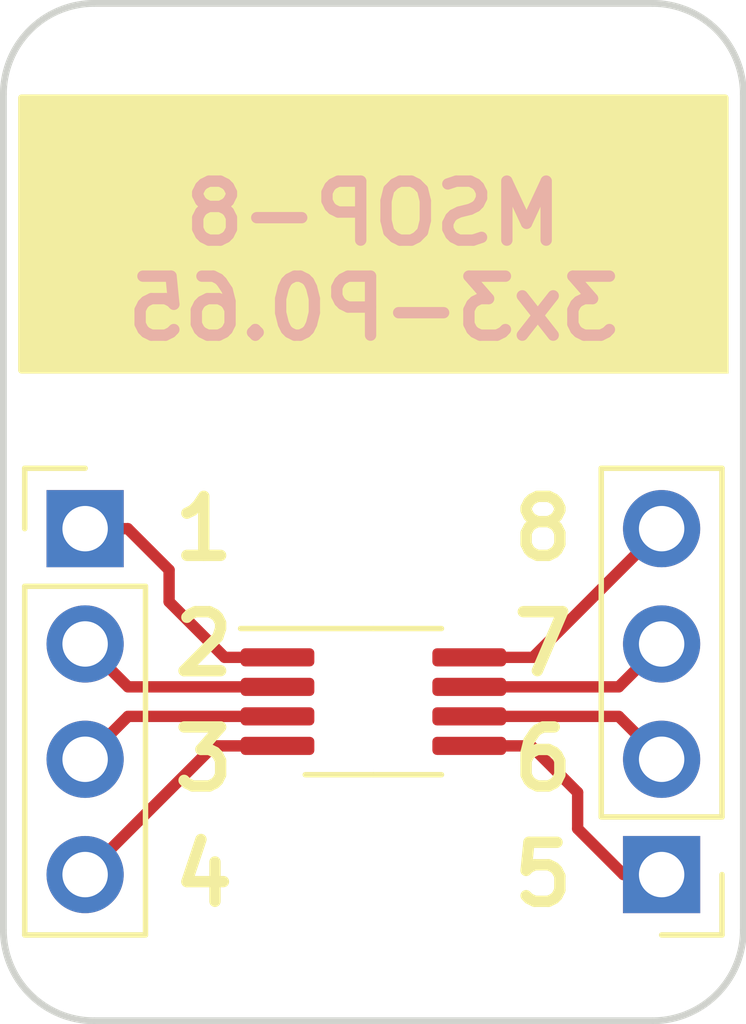
<source format=kicad_pcb>
(kicad_pcb (version 20171130) (host pcbnew 5.1.7-a382d34a8~87~ubuntu20.04.1)

  (general
    (thickness 1)
    (drawings 18)
    (tracks 22)
    (zones 0)
    (modules 3)
    (nets 9)
  )

  (page A4)
  (title_block
    (title BRK-MSOP-8-3x3-P0.65)
    (rev v1.0)
    (company https://gekkio.fi)
  )

  (layers
    (0 F.Cu signal)
    (31 B.Cu signal)
    (32 B.Adhes user)
    (33 F.Adhes user)
    (34 B.Paste user)
    (35 F.Paste user)
    (36 B.SilkS user)
    (37 F.SilkS user)
    (38 B.Mask user)
    (39 F.Mask user)
    (40 Dwgs.User user)
    (41 Cmts.User user)
    (42 Eco1.User user)
    (43 Eco2.User user)
    (44 Edge.Cuts user)
    (45 Margin user)
    (46 B.CrtYd user)
    (47 F.CrtYd user)
    (48 B.Fab user)
    (49 F.Fab user)
  )

  (setup
    (last_trace_width 0.25)
    (trace_clearance 0.2)
    (zone_clearance 0.508)
    (zone_45_only no)
    (trace_min 0.2)
    (via_size 0.8)
    (via_drill 0.4)
    (via_min_size 0.4)
    (via_min_drill 0.3)
    (uvia_size 0.3)
    (uvia_drill 0.1)
    (uvias_allowed no)
    (uvia_min_size 0.2)
    (uvia_min_drill 0.1)
    (edge_width 0.05)
    (segment_width 0.2)
    (pcb_text_width 0.3)
    (pcb_text_size 1.5 1.5)
    (mod_edge_width 0.12)
    (mod_text_size 1 1)
    (mod_text_width 0.15)
    (pad_size 1.524 1.524)
    (pad_drill 0.762)
    (pad_to_mask_clearance 0)
    (aux_axis_origin 0 0)
    (visible_elements FFFFFF7F)
    (pcbplotparams
      (layerselection 0x010fc_ffffffff)
      (usegerberextensions false)
      (usegerberattributes true)
      (usegerberadvancedattributes true)
      (creategerberjobfile true)
      (excludeedgelayer true)
      (linewidth 0.150000)
      (plotframeref false)
      (viasonmask false)
      (mode 1)
      (useauxorigin false)
      (hpglpennumber 1)
      (hpglpenspeed 20)
      (hpglpendiameter 15.000000)
      (psnegative false)
      (psa4output false)
      (plotreference true)
      (plotvalue true)
      (plotinvisibletext false)
      (padsonsilk false)
      (subtractmaskfromsilk false)
      (outputformat 1)
      (mirror false)
      (drillshape 0)
      (scaleselection 1)
      (outputdirectory "gerber/"))
  )

  (net 0 "")
  (net 1 PIN1)
  (net 2 PIN2)
  (net 3 PIN3)
  (net 4 PIN4)
  (net 5 PIN5)
  (net 6 PIN6)
  (net 7 PIN7)
  (net 8 PIN8)

  (net_class Default "This is the default net class."
    (clearance 0.2)
    (trace_width 0.25)
    (via_dia 0.8)
    (via_drill 0.4)
    (uvia_dia 0.3)
    (uvia_drill 0.1)
    (add_net PIN1)
    (add_net PIN2)
    (add_net PIN3)
    (add_net PIN4)
    (add_net PIN5)
    (add_net PIN6)
    (add_net PIN7)
    (add_net PIN8)
  )

  (module PinHeader_1x04_P2.54mm_Vertical (layer F.Cu) (tedit 59FED5CC) (tstamp 5F73AD3E)
    (at 106.35 103.81 180)
    (descr "Through hole straight pin header, 1x04, 2.54mm pitch, single row")
    (tags "Through hole pin header THT 1x04 2.54mm single row")
    (fp_text reference J2 (at 0 -2.33 180) (layer F.SilkS) hide
      (effects (font (size 1 1) (thickness 0.15)))
    )
    (fp_text value PinHeader_1x04_P2.54mm_Vertical (at 0 9.95 180) (layer F.Fab) hide
      (effects (font (size 1 1) (thickness 0.15)))
    )
    (fp_line (start 1.8 -1.8) (end -1.8 -1.8) (layer F.CrtYd) (width 0.05))
    (fp_line (start 1.8 9.4) (end 1.8 -1.8) (layer F.CrtYd) (width 0.05))
    (fp_line (start -1.8 9.4) (end 1.8 9.4) (layer F.CrtYd) (width 0.05))
    (fp_line (start -1.8 -1.8) (end -1.8 9.4) (layer F.CrtYd) (width 0.05))
    (fp_line (start -1.33 -1.33) (end 0 -1.33) (layer F.SilkS) (width 0.12))
    (fp_line (start -1.33 0) (end -1.33 -1.33) (layer F.SilkS) (width 0.12))
    (fp_line (start -1.33 1.27) (end 1.33 1.27) (layer F.SilkS) (width 0.12))
    (fp_line (start 1.33 1.27) (end 1.33 8.95) (layer F.SilkS) (width 0.12))
    (fp_line (start -1.33 1.27) (end -1.33 8.95) (layer F.SilkS) (width 0.12))
    (fp_line (start -1.33 8.95) (end 1.33 8.95) (layer F.SilkS) (width 0.12))
    (fp_line (start -1.27 -0.635) (end -0.635 -1.27) (layer F.Fab) (width 0.1))
    (fp_line (start -1.27 8.89) (end -1.27 -0.635) (layer F.Fab) (width 0.1))
    (fp_line (start 1.27 8.89) (end -1.27 8.89) (layer F.Fab) (width 0.1))
    (fp_line (start 1.27 -1.27) (end 1.27 8.89) (layer F.Fab) (width 0.1))
    (fp_line (start -0.635 -1.27) (end 1.27 -1.27) (layer F.Fab) (width 0.1))
    (fp_text user %R (at 0 3.81 270) (layer F.Fab)
      (effects (font (size 1 1) (thickness 0.15)))
    )
    (pad 4 thru_hole oval (at 0 7.62 180) (size 1.7 1.7) (drill 1) (layers *.Cu *.Mask)
      (net 8 PIN8))
    (pad 3 thru_hole oval (at 0 5.08 180) (size 1.7 1.7) (drill 1) (layers *.Cu *.Mask)
      (net 7 PIN7))
    (pad 2 thru_hole oval (at 0 2.54 180) (size 1.7 1.7) (drill 1) (layers *.Cu *.Mask)
      (net 6 PIN6))
    (pad 1 thru_hole rect (at 0 0 180) (size 1.7 1.7) (drill 1) (layers *.Cu *.Mask)
      (net 5 PIN5))
    (model ${KISYS3DMOD}/Connector_PinHeader_2.54mm.3dshapes/PinHeader_1x04_P2.54mm_Vertical.wrl
      (at (xyz 0 0 0))
      (scale (xyz 1 1 1))
      (rotate (xyz 0 0 0))
    )
  )

  (module PinHeader_1x04_P2.54mm_Vertical (layer F.Cu) (tedit 59FED5CC) (tstamp 5F73AD27)
    (at 93.65 96.19)
    (descr "Through hole straight pin header, 1x04, 2.54mm pitch, single row")
    (tags "Through hole pin header THT 1x04 2.54mm single row")
    (fp_text reference J1 (at 0 -2.33) (layer F.SilkS) hide
      (effects (font (size 1 1) (thickness 0.15)))
    )
    (fp_text value PinHeader_1x04_P2.54mm_Vertical (at 0 9.95) (layer F.Fab) hide
      (effects (font (size 1 1) (thickness 0.15)))
    )
    (fp_line (start 1.8 -1.8) (end -1.8 -1.8) (layer F.CrtYd) (width 0.05))
    (fp_line (start 1.8 9.4) (end 1.8 -1.8) (layer F.CrtYd) (width 0.05))
    (fp_line (start -1.8 9.4) (end 1.8 9.4) (layer F.CrtYd) (width 0.05))
    (fp_line (start -1.8 -1.8) (end -1.8 9.4) (layer F.CrtYd) (width 0.05))
    (fp_line (start -1.33 -1.33) (end 0 -1.33) (layer F.SilkS) (width 0.12))
    (fp_line (start -1.33 0) (end -1.33 -1.33) (layer F.SilkS) (width 0.12))
    (fp_line (start -1.33 1.27) (end 1.33 1.27) (layer F.SilkS) (width 0.12))
    (fp_line (start 1.33 1.27) (end 1.33 8.95) (layer F.SilkS) (width 0.12))
    (fp_line (start -1.33 1.27) (end -1.33 8.95) (layer F.SilkS) (width 0.12))
    (fp_line (start -1.33 8.95) (end 1.33 8.95) (layer F.SilkS) (width 0.12))
    (fp_line (start -1.27 -0.635) (end -0.635 -1.27) (layer F.Fab) (width 0.1))
    (fp_line (start -1.27 8.89) (end -1.27 -0.635) (layer F.Fab) (width 0.1))
    (fp_line (start 1.27 8.89) (end -1.27 8.89) (layer F.Fab) (width 0.1))
    (fp_line (start 1.27 -1.27) (end 1.27 8.89) (layer F.Fab) (width 0.1))
    (fp_line (start -0.635 -1.27) (end 1.27 -1.27) (layer F.Fab) (width 0.1))
    (fp_text user %R (at 0 3.81 90) (layer F.Fab)
      (effects (font (size 1 1) (thickness 0.15)))
    )
    (pad 4 thru_hole oval (at 0 7.62) (size 1.7 1.7) (drill 1) (layers *.Cu *.Mask)
      (net 4 PIN4))
    (pad 3 thru_hole oval (at 0 5.08) (size 1.7 1.7) (drill 1) (layers *.Cu *.Mask)
      (net 3 PIN3))
    (pad 2 thru_hole oval (at 0 2.54) (size 1.7 1.7) (drill 1) (layers *.Cu *.Mask)
      (net 2 PIN2))
    (pad 1 thru_hole rect (at 0 0) (size 1.7 1.7) (drill 1) (layers *.Cu *.Mask)
      (net 1 PIN1))
    (model ${KISYS3DMOD}/Connector_PinHeader_2.54mm.3dshapes/PinHeader_1x04_P2.54mm_Vertical.wrl
      (at (xyz 0 0 0))
      (scale (xyz 1 1 1))
      (rotate (xyz 0 0 0))
    )
  )

  (module MSOP-8_3x3mm_P0.65mm (layer F.Cu) (tedit 5E509FDD) (tstamp 5F73AAE2)
    (at 100 100)
    (descr "MSOP, 8 Pin (https://www.jedec.org/system/files/docs/mo-187F.pdf variant AA), generated with kicad-footprint-generator ipc_gullwing_generator.py")
    (tags "MSOP SO")
    (attr smd)
    (fp_text reference U1 (at 0 -2.45) (layer F.SilkS) hide
      (effects (font (size 1 1) (thickness 0.15)))
    )
    (fp_text value MSOP-8_3x3mm_P0.65mm (at 0 2.45) (layer F.Fab) hide
      (effects (font (size 1 1) (thickness 0.15)))
    )
    (fp_line (start 3.18 -1.75) (end -3.18 -1.75) (layer F.CrtYd) (width 0.05))
    (fp_line (start 3.18 1.75) (end 3.18 -1.75) (layer F.CrtYd) (width 0.05))
    (fp_line (start -3.18 1.75) (end 3.18 1.75) (layer F.CrtYd) (width 0.05))
    (fp_line (start -3.18 -1.75) (end -3.18 1.75) (layer F.CrtYd) (width 0.05))
    (fp_line (start -1.5 -0.75) (end -0.75 -1.5) (layer F.Fab) (width 0.1))
    (fp_line (start -1.5 1.5) (end -1.5 -0.75) (layer F.Fab) (width 0.1))
    (fp_line (start 1.5 1.5) (end -1.5 1.5) (layer F.Fab) (width 0.1))
    (fp_line (start 1.5 -1.5) (end 1.5 1.5) (layer F.Fab) (width 0.1))
    (fp_line (start -0.75 -1.5) (end 1.5 -1.5) (layer F.Fab) (width 0.1))
    (fp_line (start 0 -1.61) (end -2.925 -1.61) (layer F.SilkS) (width 0.12))
    (fp_line (start 0 -1.61) (end 1.5 -1.61) (layer F.SilkS) (width 0.12))
    (fp_line (start 0 1.61) (end -1.5 1.61) (layer F.SilkS) (width 0.12))
    (fp_line (start 0 1.61) (end 1.5 1.61) (layer F.SilkS) (width 0.12))
    (fp_text user %R (at 0 0) (layer F.Fab)
      (effects (font (size 0.75 0.75) (thickness 0.11)))
    )
    (pad 8 smd roundrect (at 2.1125 -0.975) (size 1.625 0.4) (layers F.Cu F.Paste F.Mask) (roundrect_rratio 0.25)
      (net 8 PIN8))
    (pad 7 smd roundrect (at 2.1125 -0.325) (size 1.625 0.4) (layers F.Cu F.Paste F.Mask) (roundrect_rratio 0.25)
      (net 7 PIN7))
    (pad 6 smd roundrect (at 2.1125 0.325) (size 1.625 0.4) (layers F.Cu F.Paste F.Mask) (roundrect_rratio 0.25)
      (net 6 PIN6))
    (pad 5 smd roundrect (at 2.1125 0.975) (size 1.625 0.4) (layers F.Cu F.Paste F.Mask) (roundrect_rratio 0.25)
      (net 5 PIN5))
    (pad 4 smd roundrect (at -2.1125 0.975) (size 1.625 0.4) (layers F.Cu F.Paste F.Mask) (roundrect_rratio 0.25)
      (net 4 PIN4))
    (pad 3 smd roundrect (at -2.1125 0.325) (size 1.625 0.4) (layers F.Cu F.Paste F.Mask) (roundrect_rratio 0.25)
      (net 3 PIN3))
    (pad 2 smd roundrect (at -2.1125 -0.325) (size 1.625 0.4) (layers F.Cu F.Paste F.Mask) (roundrect_rratio 0.25)
      (net 2 PIN2))
    (pad 1 smd roundrect (at -2.1125 -0.975) (size 1.625 0.4) (layers F.Cu F.Paste F.Mask) (roundrect_rratio 0.25)
      (net 1 PIN1))
    (model ${KISYS3DMOD}/Package_SO.3dshapes/MSOP-8_3x3mm_P0.65mm.wrl
      (at (xyz 0 0 0))
      (scale (xyz 1 1 1))
      (rotate (xyz 0 0 0))
    )
  )

  (gr_arc (start 106.15 86.62) (end 106.15 84.62) (angle 90) (layer Edge.Cuts) (width 0.15))
  (gr_arc (start 93.85 86.62) (end 91.85 86.62) (angle 90) (layer Edge.Cuts) (width 0.15))
  (gr_arc (start 93.85 105.03) (end 93.85 107.03) (angle 90) (layer Edge.Cuts) (width 0.15))
  (gr_arc (start 106.15 105.03) (end 108.15 105.03) (angle 90) (layer Edge.Cuts) (width 0.15))
  (gr_line (start 93.85 107.03) (end 106.15 107.03) (layer Edge.Cuts) (width 0.15))
  (gr_line (start 93.85 84.62) (end 106.15 84.62) (layer Edge.Cuts) (width 0.15))
  (gr_line (start 108.15 105.03) (end 108.15 86.62) (layer Edge.Cuts) (width 0.15))
  (gr_line (start 91.85 86.62) (end 91.85 105.03) (layer Edge.Cuts) (width 0.15))
  (gr_text 8 (at 104.52 96.19) (layer F.SilkS)
    (effects (font (size 1.3 1.3) (thickness 0.25)) (justify right))
  )
  (gr_text 7 (at 104.52 98.73) (layer F.SilkS)
    (effects (font (size 1.3 1.3) (thickness 0.25)) (justify right))
  )
  (gr_text 6 (at 104.52 101.27) (layer F.SilkS)
    (effects (font (size 1.3 1.3) (thickness 0.25)) (justify right))
  )
  (gr_text 5 (at 104.52 103.81) (layer F.SilkS)
    (effects (font (size 1.3 1.3) (thickness 0.25)) (justify right))
  )
  (gr_text 4 (at 95.48 103.81) (layer F.SilkS)
    (effects (font (size 1.3 1.3) (thickness 0.25)) (justify left))
  )
  (gr_text 3 (at 95.48 101.27) (layer F.SilkS)
    (effects (font (size 1.3 1.3) (thickness 0.25)) (justify left))
  )
  (gr_text 2 (at 95.48 98.73) (layer F.SilkS)
    (effects (font (size 1.3 1.3) (thickness 0.25)) (justify left))
  )
  (gr_text 1 (at 95.48 96.19) (layer F.SilkS)
    (effects (font (size 1.3 1.3) (thickness 0.25)) (justify left))
  )
  (gr_text "MSOP-8\n3x3-P0.65" (at 100 92.1) (layer B.SilkS)
    (effects (font (size 1.3 1.3) (thickness 0.25)) (justify bottom mirror))
  )
  (gr_poly (pts (xy 92.25 86.7) (xy 92.25 92.7) (xy 107.75 92.7) (xy 107.75 86.7)) (layer F.SilkS) (width 0.15))

  (segment (start 94.59 96.19) (end 93.65 96.19) (width 0.25) (layer F.Cu) (net 1))
  (segment (start 95.5 97.1) (end 94.59 96.19) (width 0.25) (layer F.Cu) (net 1))
  (segment (start 95.5 97.8) (end 95.5 97.1) (width 0.25) (layer F.Cu) (net 1))
  (segment (start 96.725 99.025) (end 95.5 97.8) (width 0.25) (layer F.Cu) (net 1))
  (segment (start 97.8875 99.025) (end 96.725 99.025) (width 0.25) (layer F.Cu) (net 1))
  (segment (start 94.595 99.675) (end 93.65 98.73) (width 0.25) (layer F.Cu) (net 2))
  (segment (start 97.8875 99.675) (end 94.595 99.675) (width 0.25) (layer F.Cu) (net 2))
  (segment (start 94.595 100.325) (end 93.65 101.27) (width 0.25) (layer F.Cu) (net 3))
  (segment (start 97.8875 100.325) (end 94.595 100.325) (width 0.25) (layer F.Cu) (net 3))
  (segment (start 96.485 100.975) (end 93.65 103.81) (width 0.25) (layer F.Cu) (net 4))
  (segment (start 97.8875 100.975) (end 96.485 100.975) (width 0.25) (layer F.Cu) (net 4))
  (segment (start 105.51 103.81) (end 106.35 103.81) (width 0.25) (layer F.Cu) (net 5))
  (segment (start 104.5 102.8) (end 105.51 103.81) (width 0.25) (layer F.Cu) (net 5))
  (segment (start 104.5 102) (end 104.5 102.8) (width 0.25) (layer F.Cu) (net 5))
  (segment (start 103.475 100.975) (end 104.5 102) (width 0.25) (layer F.Cu) (net 5))
  (segment (start 102.1125 100.975) (end 103.475 100.975) (width 0.25) (layer F.Cu) (net 5))
  (segment (start 105.405 100.325) (end 106.35 101.27) (width 0.25) (layer F.Cu) (net 6))
  (segment (start 102.1125 100.325) (end 105.405 100.325) (width 0.25) (layer F.Cu) (net 6))
  (segment (start 105.405 99.675) (end 106.35 98.73) (width 0.25) (layer F.Cu) (net 7))
  (segment (start 102.1125 99.675) (end 105.405 99.675) (width 0.25) (layer F.Cu) (net 7))
  (segment (start 103.515 99.025) (end 106.35 96.19) (width 0.25) (layer F.Cu) (net 8))
  (segment (start 102.1125 99.025) (end 103.515 99.025) (width 0.25) (layer F.Cu) (net 8))

)

</source>
